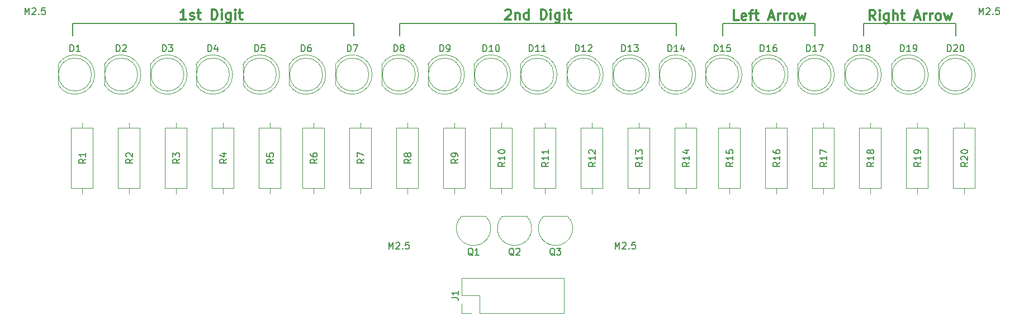
<source format=gbr>
G04 #@! TF.FileFunction,Legend,Top*
%FSLAX46Y46*%
G04 Gerber Fmt 4.6, Leading zero omitted, Abs format (unit mm)*
G04 Created by KiCad (PCBNEW 4.0.6) date 03/21/17 10:55:45*
%MOMM*%
%LPD*%
G01*
G04 APERTURE LIST*
%ADD10C,0.100000*%
%ADD11C,0.300000*%
%ADD12C,0.200000*%
%ADD13C,0.120000*%
%ADD14C,0.150000*%
G04 APERTURE END LIST*
D10*
D11*
X277162286Y-76370571D02*
X276662286Y-75656286D01*
X276305143Y-76370571D02*
X276305143Y-74870571D01*
X276876571Y-74870571D01*
X277019429Y-74942000D01*
X277090857Y-75013429D01*
X277162286Y-75156286D01*
X277162286Y-75370571D01*
X277090857Y-75513429D01*
X277019429Y-75584857D01*
X276876571Y-75656286D01*
X276305143Y-75656286D01*
X277805143Y-76370571D02*
X277805143Y-75370571D01*
X277805143Y-74870571D02*
X277733714Y-74942000D01*
X277805143Y-75013429D01*
X277876571Y-74942000D01*
X277805143Y-74870571D01*
X277805143Y-75013429D01*
X279162286Y-75370571D02*
X279162286Y-76584857D01*
X279090857Y-76727714D01*
X279019429Y-76799143D01*
X278876572Y-76870571D01*
X278662286Y-76870571D01*
X278519429Y-76799143D01*
X279162286Y-76299143D02*
X279019429Y-76370571D01*
X278733715Y-76370571D01*
X278590857Y-76299143D01*
X278519429Y-76227714D01*
X278448000Y-76084857D01*
X278448000Y-75656286D01*
X278519429Y-75513429D01*
X278590857Y-75442000D01*
X278733715Y-75370571D01*
X279019429Y-75370571D01*
X279162286Y-75442000D01*
X279876572Y-76370571D02*
X279876572Y-74870571D01*
X280519429Y-76370571D02*
X280519429Y-75584857D01*
X280448000Y-75442000D01*
X280305143Y-75370571D01*
X280090858Y-75370571D01*
X279948000Y-75442000D01*
X279876572Y-75513429D01*
X281019429Y-75370571D02*
X281590858Y-75370571D01*
X281233715Y-74870571D02*
X281233715Y-76156286D01*
X281305143Y-76299143D01*
X281448001Y-76370571D01*
X281590858Y-76370571D01*
X283162286Y-75942000D02*
X283876572Y-75942000D01*
X283019429Y-76370571D02*
X283519429Y-74870571D01*
X284019429Y-76370571D01*
X284519429Y-76370571D02*
X284519429Y-75370571D01*
X284519429Y-75656286D02*
X284590857Y-75513429D01*
X284662286Y-75442000D01*
X284805143Y-75370571D01*
X284948000Y-75370571D01*
X285448000Y-76370571D02*
X285448000Y-75370571D01*
X285448000Y-75656286D02*
X285519428Y-75513429D01*
X285590857Y-75442000D01*
X285733714Y-75370571D01*
X285876571Y-75370571D01*
X286590857Y-76370571D02*
X286447999Y-76299143D01*
X286376571Y-76227714D01*
X286305142Y-76084857D01*
X286305142Y-75656286D01*
X286376571Y-75513429D01*
X286447999Y-75442000D01*
X286590857Y-75370571D01*
X286805142Y-75370571D01*
X286947999Y-75442000D01*
X287019428Y-75513429D01*
X287090857Y-75656286D01*
X287090857Y-76084857D01*
X287019428Y-76227714D01*
X286947999Y-76299143D01*
X286805142Y-76370571D01*
X286590857Y-76370571D01*
X287590857Y-75370571D02*
X287876571Y-76370571D01*
X288162285Y-75656286D01*
X288448000Y-76370571D01*
X288733714Y-75370571D01*
D12*
X289306000Y-76835000D02*
X289306000Y-78740000D01*
X275336000Y-76835000D02*
X289306000Y-76835000D01*
X275336000Y-78740000D02*
X275336000Y-76835000D01*
D11*
X256469144Y-76370571D02*
X255754858Y-76370571D01*
X255754858Y-74870571D01*
X257540572Y-76299143D02*
X257397715Y-76370571D01*
X257112001Y-76370571D01*
X256969144Y-76299143D01*
X256897715Y-76156286D01*
X256897715Y-75584857D01*
X256969144Y-75442000D01*
X257112001Y-75370571D01*
X257397715Y-75370571D01*
X257540572Y-75442000D01*
X257612001Y-75584857D01*
X257612001Y-75727714D01*
X256897715Y-75870571D01*
X258040572Y-75370571D02*
X258612001Y-75370571D01*
X258254858Y-76370571D02*
X258254858Y-75084857D01*
X258326286Y-74942000D01*
X258469144Y-74870571D01*
X258612001Y-74870571D01*
X258897715Y-75370571D02*
X259469144Y-75370571D01*
X259112001Y-74870571D02*
X259112001Y-76156286D01*
X259183429Y-76299143D01*
X259326287Y-76370571D01*
X259469144Y-76370571D01*
X261040572Y-75942000D02*
X261754858Y-75942000D01*
X260897715Y-76370571D02*
X261397715Y-74870571D01*
X261897715Y-76370571D01*
X262397715Y-76370571D02*
X262397715Y-75370571D01*
X262397715Y-75656286D02*
X262469143Y-75513429D01*
X262540572Y-75442000D01*
X262683429Y-75370571D01*
X262826286Y-75370571D01*
X263326286Y-76370571D02*
X263326286Y-75370571D01*
X263326286Y-75656286D02*
X263397714Y-75513429D01*
X263469143Y-75442000D01*
X263612000Y-75370571D01*
X263754857Y-75370571D01*
X264469143Y-76370571D02*
X264326285Y-76299143D01*
X264254857Y-76227714D01*
X264183428Y-76084857D01*
X264183428Y-75656286D01*
X264254857Y-75513429D01*
X264326285Y-75442000D01*
X264469143Y-75370571D01*
X264683428Y-75370571D01*
X264826285Y-75442000D01*
X264897714Y-75513429D01*
X264969143Y-75656286D01*
X264969143Y-76084857D01*
X264897714Y-76227714D01*
X264826285Y-76299143D01*
X264683428Y-76370571D01*
X264469143Y-76370571D01*
X265469143Y-75370571D02*
X265754857Y-76370571D01*
X266040571Y-75656286D01*
X266326286Y-76370571D01*
X266612000Y-75370571D01*
X221131428Y-74886429D02*
X221202857Y-74815000D01*
X221345714Y-74743571D01*
X221702857Y-74743571D01*
X221845714Y-74815000D01*
X221917143Y-74886429D01*
X221988571Y-75029286D01*
X221988571Y-75172143D01*
X221917143Y-75386429D01*
X221060000Y-76243571D01*
X221988571Y-76243571D01*
X222631428Y-75243571D02*
X222631428Y-76243571D01*
X222631428Y-75386429D02*
X222702856Y-75315000D01*
X222845714Y-75243571D01*
X223059999Y-75243571D01*
X223202856Y-75315000D01*
X223274285Y-75457857D01*
X223274285Y-76243571D01*
X224631428Y-76243571D02*
X224631428Y-74743571D01*
X224631428Y-76172143D02*
X224488571Y-76243571D01*
X224202857Y-76243571D01*
X224059999Y-76172143D01*
X223988571Y-76100714D01*
X223917142Y-75957857D01*
X223917142Y-75529286D01*
X223988571Y-75386429D01*
X224059999Y-75315000D01*
X224202857Y-75243571D01*
X224488571Y-75243571D01*
X224631428Y-75315000D01*
X226488571Y-76243571D02*
X226488571Y-74743571D01*
X226845714Y-74743571D01*
X227059999Y-74815000D01*
X227202857Y-74957857D01*
X227274285Y-75100714D01*
X227345714Y-75386429D01*
X227345714Y-75600714D01*
X227274285Y-75886429D01*
X227202857Y-76029286D01*
X227059999Y-76172143D01*
X226845714Y-76243571D01*
X226488571Y-76243571D01*
X227988571Y-76243571D02*
X227988571Y-75243571D01*
X227988571Y-74743571D02*
X227917142Y-74815000D01*
X227988571Y-74886429D01*
X228059999Y-74815000D01*
X227988571Y-74743571D01*
X227988571Y-74886429D01*
X229345714Y-75243571D02*
X229345714Y-76457857D01*
X229274285Y-76600714D01*
X229202857Y-76672143D01*
X229060000Y-76743571D01*
X228845714Y-76743571D01*
X228702857Y-76672143D01*
X229345714Y-76172143D02*
X229202857Y-76243571D01*
X228917143Y-76243571D01*
X228774285Y-76172143D01*
X228702857Y-76100714D01*
X228631428Y-75957857D01*
X228631428Y-75529286D01*
X228702857Y-75386429D01*
X228774285Y-75315000D01*
X228917143Y-75243571D01*
X229202857Y-75243571D01*
X229345714Y-75315000D01*
X230060000Y-76243571D02*
X230060000Y-75243571D01*
X230060000Y-74743571D02*
X229988571Y-74815000D01*
X230060000Y-74886429D01*
X230131428Y-74815000D01*
X230060000Y-74743571D01*
X230060000Y-74886429D01*
X230560000Y-75243571D02*
X231131429Y-75243571D01*
X230774286Y-74743571D02*
X230774286Y-76029286D01*
X230845714Y-76172143D01*
X230988572Y-76243571D01*
X231131429Y-76243571D01*
X172780000Y-76243571D02*
X171922857Y-76243571D01*
X172351429Y-76243571D02*
X172351429Y-74743571D01*
X172208572Y-74957857D01*
X172065714Y-75100714D01*
X171922857Y-75172143D01*
X173351428Y-76172143D02*
X173494285Y-76243571D01*
X173780000Y-76243571D01*
X173922857Y-76172143D01*
X173994285Y-76029286D01*
X173994285Y-75957857D01*
X173922857Y-75815000D01*
X173780000Y-75743571D01*
X173565714Y-75743571D01*
X173422857Y-75672143D01*
X173351428Y-75529286D01*
X173351428Y-75457857D01*
X173422857Y-75315000D01*
X173565714Y-75243571D01*
X173780000Y-75243571D01*
X173922857Y-75315000D01*
X174422857Y-75243571D02*
X174994286Y-75243571D01*
X174637143Y-74743571D02*
X174637143Y-76029286D01*
X174708571Y-76172143D01*
X174851429Y-76243571D01*
X174994286Y-76243571D01*
X176637143Y-76243571D02*
X176637143Y-74743571D01*
X176994286Y-74743571D01*
X177208571Y-74815000D01*
X177351429Y-74957857D01*
X177422857Y-75100714D01*
X177494286Y-75386429D01*
X177494286Y-75600714D01*
X177422857Y-75886429D01*
X177351429Y-76029286D01*
X177208571Y-76172143D01*
X176994286Y-76243571D01*
X176637143Y-76243571D01*
X178137143Y-76243571D02*
X178137143Y-75243571D01*
X178137143Y-74743571D02*
X178065714Y-74815000D01*
X178137143Y-74886429D01*
X178208571Y-74815000D01*
X178137143Y-74743571D01*
X178137143Y-74886429D01*
X179494286Y-75243571D02*
X179494286Y-76457857D01*
X179422857Y-76600714D01*
X179351429Y-76672143D01*
X179208572Y-76743571D01*
X178994286Y-76743571D01*
X178851429Y-76672143D01*
X179494286Y-76172143D02*
X179351429Y-76243571D01*
X179065715Y-76243571D01*
X178922857Y-76172143D01*
X178851429Y-76100714D01*
X178780000Y-75957857D01*
X178780000Y-75529286D01*
X178851429Y-75386429D01*
X178922857Y-75315000D01*
X179065715Y-75243571D01*
X179351429Y-75243571D01*
X179494286Y-75315000D01*
X180208572Y-76243571D02*
X180208572Y-75243571D01*
X180208572Y-74743571D02*
X180137143Y-74815000D01*
X180208572Y-74886429D01*
X180280000Y-74815000D01*
X180208572Y-74743571D01*
X180208572Y-74886429D01*
X180708572Y-75243571D02*
X181280001Y-75243571D01*
X180922858Y-74743571D02*
X180922858Y-76029286D01*
X180994286Y-76172143D01*
X181137144Y-76243571D01*
X181280001Y-76243571D01*
D12*
X267970000Y-76835000D02*
X267970000Y-78740000D01*
X254000000Y-76835000D02*
X267970000Y-76835000D01*
X254000000Y-78740000D02*
X254000000Y-76835000D01*
X247015000Y-76835000D02*
X247015000Y-78740000D01*
X205105000Y-76835000D02*
X247015000Y-76835000D01*
X205105000Y-78740000D02*
X205105000Y-76835000D01*
X198120000Y-76835000D02*
X198120000Y-78740000D01*
X155575000Y-76835000D02*
X198120000Y-76835000D01*
X155575000Y-78740000D02*
X155575000Y-76835000D01*
D13*
X207908000Y-92722000D02*
X204588000Y-92722000D01*
X204588000Y-92722000D02*
X204588000Y-101842000D01*
X204588000Y-101842000D02*
X207908000Y-101842000D01*
X207908000Y-101842000D02*
X207908000Y-92722000D01*
X206248000Y-91912000D02*
X206248000Y-92722000D01*
X206248000Y-102652000D02*
X206248000Y-101842000D01*
X158910002Y-84616461D02*
G75*
G03X153360002Y-83071169I-2990000J462D01*
G01*
X158910002Y-84615537D02*
G75*
G02X153360002Y-86160829I-2990000J-462D01*
G01*
X158420002Y-84615999D02*
G75*
G03X158420002Y-84615999I-2500000J0D01*
G01*
X153360002Y-83070999D02*
X153360002Y-86160999D01*
X165913126Y-84616461D02*
G75*
G03X160363126Y-83071169I-2990000J462D01*
G01*
X165913126Y-84615537D02*
G75*
G02X160363126Y-86160829I-2990000J-462D01*
G01*
X165423126Y-84615999D02*
G75*
G03X165423126Y-84615999I-2500000J0D01*
G01*
X160363126Y-83070999D02*
X160363126Y-86160999D01*
X172916250Y-84616461D02*
G75*
G03X167366250Y-83071169I-2990000J462D01*
G01*
X172916250Y-84615537D02*
G75*
G02X167366250Y-86160829I-2990000J-462D01*
G01*
X172426250Y-84615999D02*
G75*
G03X172426250Y-84615999I-2500000J0D01*
G01*
X167366250Y-83070999D02*
X167366250Y-86160999D01*
X179810498Y-84616461D02*
G75*
G03X174260498Y-83071169I-2990000J462D01*
G01*
X179810498Y-84615537D02*
G75*
G02X174260498Y-86160829I-2990000J-462D01*
G01*
X179320498Y-84615999D02*
G75*
G03X179320498Y-84615999I-2500000J0D01*
G01*
X174260498Y-83070999D02*
X174260498Y-86160999D01*
X186922498Y-84616461D02*
G75*
G03X181372498Y-83071169I-2990000J462D01*
G01*
X186922498Y-84615537D02*
G75*
G02X181372498Y-86160829I-2990000J-462D01*
G01*
X186432498Y-84615999D02*
G75*
G03X186432498Y-84615999I-2500000J0D01*
G01*
X181372498Y-83070999D02*
X181372498Y-86160999D01*
X193925622Y-84616461D02*
G75*
G03X188375622Y-83071169I-2990000J462D01*
G01*
X193925622Y-84615537D02*
G75*
G02X188375622Y-86160829I-2990000J-462D01*
G01*
X193435622Y-84615999D02*
G75*
G03X193435622Y-84615999I-2500000J0D01*
G01*
X188375622Y-83070999D02*
X188375622Y-86160999D01*
X200928746Y-84616461D02*
G75*
G03X195378746Y-83071169I-2990000J462D01*
G01*
X200928746Y-84615537D02*
G75*
G02X195378746Y-86160829I-2990000J-462D01*
G01*
X200438746Y-84615999D02*
G75*
G03X200438746Y-84615999I-2500000J0D01*
G01*
X195378746Y-83070999D02*
X195378746Y-86160999D01*
X207968000Y-84616461D02*
G75*
G03X202418000Y-83071169I-2990000J462D01*
G01*
X207968000Y-84615537D02*
G75*
G02X202418000Y-86160829I-2990000J-462D01*
G01*
X207478000Y-84615999D02*
G75*
G03X207478000Y-84615999I-2500000J0D01*
G01*
X202418000Y-83070999D02*
X202418000Y-86160999D01*
X214934994Y-84616461D02*
G75*
G03X209384994Y-83071169I-2990000J462D01*
G01*
X214934994Y-84615537D02*
G75*
G02X209384994Y-86160829I-2990000J-462D01*
G01*
X214444994Y-84615999D02*
G75*
G03X214444994Y-84615999I-2500000J0D01*
G01*
X209384994Y-83070999D02*
X209384994Y-86160999D01*
X221938118Y-84616461D02*
G75*
G03X216388118Y-83071169I-2990000J462D01*
G01*
X221938118Y-84615537D02*
G75*
G02X216388118Y-86160829I-2990000J-462D01*
G01*
X221448118Y-84615999D02*
G75*
G03X221448118Y-84615999I-2500000J0D01*
G01*
X216388118Y-83070999D02*
X216388118Y-86160999D01*
X228941242Y-84616461D02*
G75*
G03X223391242Y-83071169I-2990000J462D01*
G01*
X228941242Y-84615537D02*
G75*
G02X223391242Y-86160829I-2990000J-462D01*
G01*
X228451242Y-84615999D02*
G75*
G03X228451242Y-84615999I-2500000J0D01*
G01*
X223391242Y-83070999D02*
X223391242Y-86160999D01*
X235944366Y-84616461D02*
G75*
G03X230394366Y-83071169I-2990000J462D01*
G01*
X235944366Y-84615537D02*
G75*
G02X230394366Y-86160829I-2990000J-462D01*
G01*
X235454366Y-84615999D02*
G75*
G03X235454366Y-84615999I-2500000J0D01*
G01*
X230394366Y-83070999D02*
X230394366Y-86160999D01*
X242947490Y-84616461D02*
G75*
G03X237397490Y-83071169I-2990000J462D01*
G01*
X242947490Y-84615537D02*
G75*
G02X237397490Y-86160829I-2990000J-462D01*
G01*
X242457490Y-84615999D02*
G75*
G03X242457490Y-84615999I-2500000J0D01*
G01*
X237397490Y-83070999D02*
X237397490Y-86160999D01*
X249950614Y-84616461D02*
G75*
G03X244400614Y-83071169I-2990000J462D01*
G01*
X249950614Y-84615537D02*
G75*
G02X244400614Y-86160829I-2990000J-462D01*
G01*
X249460614Y-84615999D02*
G75*
G03X249460614Y-84615999I-2500000J0D01*
G01*
X244400614Y-83070999D02*
X244400614Y-86160999D01*
X256953738Y-84616461D02*
G75*
G03X251403738Y-83071169I-2990000J462D01*
G01*
X256953738Y-84615537D02*
G75*
G02X251403738Y-86160829I-2990000J-462D01*
G01*
X256463738Y-84615999D02*
G75*
G03X256463738Y-84615999I-2500000J0D01*
G01*
X251403738Y-83070999D02*
X251403738Y-86160999D01*
X263956862Y-84616461D02*
G75*
G03X258406862Y-83071169I-2990000J462D01*
G01*
X263956862Y-84615537D02*
G75*
G02X258406862Y-86160829I-2990000J-462D01*
G01*
X263466862Y-84615999D02*
G75*
G03X263466862Y-84615999I-2500000J0D01*
G01*
X258406862Y-83070999D02*
X258406862Y-86160999D01*
X270960000Y-84616461D02*
G75*
G03X265410000Y-83071169I-2990000J462D01*
G01*
X270960000Y-84615537D02*
G75*
G02X265410000Y-86160829I-2990000J-462D01*
G01*
X270470000Y-84615999D02*
G75*
G03X270470000Y-84615999I-2500000J0D01*
G01*
X265410000Y-83070999D02*
X265410000Y-86160999D01*
X218096143Y-106100000D02*
X214496143Y-106100000D01*
X218134621Y-106111522D02*
G75*
G02X216296143Y-110550000I-1838478J-1838478D01*
G01*
X214457665Y-106111522D02*
G75*
G03X216296143Y-110550000I1838478J-1838478D01*
G01*
X224304000Y-106100000D02*
X220704000Y-106100000D01*
X224342478Y-106111522D02*
G75*
G02X222504000Y-110550000I-1838478J-1838478D01*
G01*
X220665522Y-106111522D02*
G75*
G03X222504000Y-110550000I1838478J-1838478D01*
G01*
X230511857Y-106100000D02*
X226911857Y-106100000D01*
X230550335Y-106111522D02*
G75*
G02X228711857Y-110550000I-1838478J-1838478D01*
G01*
X226873379Y-106111522D02*
G75*
G03X228711857Y-110550000I1838478J-1838478D01*
G01*
X158632000Y-92722000D02*
X155312000Y-92722000D01*
X155312000Y-92722000D02*
X155312000Y-101842000D01*
X155312000Y-101842000D02*
X158632000Y-101842000D01*
X158632000Y-101842000D02*
X158632000Y-92722000D01*
X156972000Y-91912000D02*
X156972000Y-92722000D01*
X156972000Y-102652000D02*
X156972000Y-101842000D01*
X165744000Y-92722000D02*
X162424000Y-92722000D01*
X162424000Y-92722000D02*
X162424000Y-101842000D01*
X162424000Y-101842000D02*
X165744000Y-101842000D01*
X165744000Y-101842000D02*
X165744000Y-92722000D01*
X164084000Y-91912000D02*
X164084000Y-92722000D01*
X164084000Y-102652000D02*
X164084000Y-101842000D01*
X172856000Y-92722000D02*
X169536000Y-92722000D01*
X169536000Y-92722000D02*
X169536000Y-101842000D01*
X169536000Y-101842000D02*
X172856000Y-101842000D01*
X172856000Y-101842000D02*
X172856000Y-92722000D01*
X171196000Y-91912000D02*
X171196000Y-92722000D01*
X171196000Y-102652000D02*
X171196000Y-101842000D01*
X179968000Y-92722000D02*
X176648000Y-92722000D01*
X176648000Y-92722000D02*
X176648000Y-101842000D01*
X176648000Y-101842000D02*
X179968000Y-101842000D01*
X179968000Y-101842000D02*
X179968000Y-92722000D01*
X178308000Y-91912000D02*
X178308000Y-92722000D01*
X178308000Y-102652000D02*
X178308000Y-101842000D01*
X187080000Y-92722000D02*
X183760000Y-92722000D01*
X183760000Y-92722000D02*
X183760000Y-101842000D01*
X183760000Y-101842000D02*
X187080000Y-101842000D01*
X187080000Y-101842000D02*
X187080000Y-92722000D01*
X185420000Y-91912000D02*
X185420000Y-92722000D01*
X185420000Y-102652000D02*
X185420000Y-101842000D01*
X193684000Y-92722000D02*
X190364000Y-92722000D01*
X190364000Y-92722000D02*
X190364000Y-101842000D01*
X190364000Y-101842000D02*
X193684000Y-101842000D01*
X193684000Y-101842000D02*
X193684000Y-92722000D01*
X192024000Y-91912000D02*
X192024000Y-92722000D01*
X192024000Y-102652000D02*
X192024000Y-101842000D01*
X200796000Y-92722000D02*
X197476000Y-92722000D01*
X197476000Y-92722000D02*
X197476000Y-101842000D01*
X197476000Y-101842000D02*
X200796000Y-101842000D01*
X200796000Y-101842000D02*
X200796000Y-92722000D01*
X199136000Y-91912000D02*
X199136000Y-92722000D01*
X199136000Y-102652000D02*
X199136000Y-101842000D01*
X215020000Y-92722000D02*
X211700000Y-92722000D01*
X211700000Y-92722000D02*
X211700000Y-101842000D01*
X211700000Y-101842000D02*
X215020000Y-101842000D01*
X215020000Y-101842000D02*
X215020000Y-92722000D01*
X213360000Y-91912000D02*
X213360000Y-92722000D01*
X213360000Y-102652000D02*
X213360000Y-101842000D01*
X222132000Y-92722000D02*
X218812000Y-92722000D01*
X218812000Y-92722000D02*
X218812000Y-101842000D01*
X218812000Y-101842000D02*
X222132000Y-101842000D01*
X222132000Y-101842000D02*
X222132000Y-92722000D01*
X220472000Y-91912000D02*
X220472000Y-92722000D01*
X220472000Y-102652000D02*
X220472000Y-101842000D01*
X228736000Y-92722000D02*
X225416000Y-92722000D01*
X225416000Y-92722000D02*
X225416000Y-101842000D01*
X225416000Y-101842000D02*
X228736000Y-101842000D01*
X228736000Y-101842000D02*
X228736000Y-92722000D01*
X227076000Y-91912000D02*
X227076000Y-92722000D01*
X227076000Y-102652000D02*
X227076000Y-101842000D01*
X235848000Y-92722000D02*
X232528000Y-92722000D01*
X232528000Y-92722000D02*
X232528000Y-101842000D01*
X232528000Y-101842000D02*
X235848000Y-101842000D01*
X235848000Y-101842000D02*
X235848000Y-92722000D01*
X234188000Y-91912000D02*
X234188000Y-92722000D01*
X234188000Y-102652000D02*
X234188000Y-101842000D01*
X242960000Y-92722000D02*
X239640000Y-92722000D01*
X239640000Y-92722000D02*
X239640000Y-101842000D01*
X239640000Y-101842000D02*
X242960000Y-101842000D01*
X242960000Y-101842000D02*
X242960000Y-92722000D01*
X241300000Y-91912000D02*
X241300000Y-92722000D01*
X241300000Y-102652000D02*
X241300000Y-101842000D01*
X250072000Y-92722000D02*
X246752000Y-92722000D01*
X246752000Y-92722000D02*
X246752000Y-101842000D01*
X246752000Y-101842000D02*
X250072000Y-101842000D01*
X250072000Y-101842000D02*
X250072000Y-92722000D01*
X248412000Y-91912000D02*
X248412000Y-92722000D01*
X248412000Y-102652000D02*
X248412000Y-101842000D01*
X256676000Y-92722000D02*
X253356000Y-92722000D01*
X253356000Y-92722000D02*
X253356000Y-101842000D01*
X253356000Y-101842000D02*
X256676000Y-101842000D01*
X256676000Y-101842000D02*
X256676000Y-92722000D01*
X255016000Y-91912000D02*
X255016000Y-92722000D01*
X255016000Y-102652000D02*
X255016000Y-101842000D01*
X263788000Y-92722000D02*
X260468000Y-92722000D01*
X260468000Y-92722000D02*
X260468000Y-101842000D01*
X260468000Y-101842000D02*
X263788000Y-101842000D01*
X263788000Y-101842000D02*
X263788000Y-92722000D01*
X262128000Y-91912000D02*
X262128000Y-92722000D01*
X262128000Y-102652000D02*
X262128000Y-101842000D01*
X270900000Y-92722000D02*
X267580000Y-92722000D01*
X267580000Y-92722000D02*
X267580000Y-101842000D01*
X267580000Y-101842000D02*
X270900000Y-101842000D01*
X270900000Y-101842000D02*
X270900000Y-92722000D01*
X269240000Y-91912000D02*
X269240000Y-92722000D01*
X269240000Y-102652000D02*
X269240000Y-101842000D01*
X217170000Y-120770000D02*
X229990000Y-120770000D01*
X229990000Y-120770000D02*
X229990000Y-115450000D01*
X229990000Y-115450000D02*
X214510000Y-115450000D01*
X214510000Y-115450000D02*
X214510000Y-118110000D01*
X214510000Y-118110000D02*
X217170000Y-118110000D01*
X217170000Y-118110000D02*
X217170000Y-120770000D01*
X215900000Y-120770000D02*
X214510000Y-120770000D01*
X214510000Y-120770000D02*
X214510000Y-119380000D01*
X278072000Y-84616461D02*
G75*
G03X272522000Y-83071169I-2990000J462D01*
G01*
X278072000Y-84615537D02*
G75*
G02X272522000Y-86160829I-2990000J-462D01*
G01*
X277582000Y-84615999D02*
G75*
G03X277582000Y-84615999I-2500000J0D01*
G01*
X272522000Y-83070999D02*
X272522000Y-86160999D01*
X285184000Y-84616461D02*
G75*
G03X279634000Y-83071169I-2990000J462D01*
G01*
X285184000Y-84615537D02*
G75*
G02X279634000Y-86160829I-2990000J-462D01*
G01*
X284694000Y-84615999D02*
G75*
G03X284694000Y-84615999I-2500000J0D01*
G01*
X279634000Y-83070999D02*
X279634000Y-86160999D01*
X292296000Y-84616461D02*
G75*
G03X286746000Y-83071169I-2990000J462D01*
G01*
X292296000Y-84615537D02*
G75*
G02X286746000Y-86160829I-2990000J-462D01*
G01*
X291806000Y-84615999D02*
G75*
G03X291806000Y-84615999I-2500000J0D01*
G01*
X286746000Y-83070999D02*
X286746000Y-86160999D01*
X278012000Y-92722000D02*
X274692000Y-92722000D01*
X274692000Y-92722000D02*
X274692000Y-101842000D01*
X274692000Y-101842000D02*
X278012000Y-101842000D01*
X278012000Y-101842000D02*
X278012000Y-92722000D01*
X276352000Y-91912000D02*
X276352000Y-92722000D01*
X276352000Y-102652000D02*
X276352000Y-101842000D01*
X285124000Y-92722000D02*
X281804000Y-92722000D01*
X281804000Y-92722000D02*
X281804000Y-101842000D01*
X281804000Y-101842000D02*
X285124000Y-101842000D01*
X285124000Y-101842000D02*
X285124000Y-92722000D01*
X283464000Y-91912000D02*
X283464000Y-92722000D01*
X283464000Y-102652000D02*
X283464000Y-101842000D01*
X292236000Y-92722000D02*
X288916000Y-92722000D01*
X288916000Y-92722000D02*
X288916000Y-101842000D01*
X288916000Y-101842000D02*
X292236000Y-101842000D01*
X292236000Y-101842000D02*
X292236000Y-92722000D01*
X290576000Y-91912000D02*
X290576000Y-92722000D01*
X290576000Y-102652000D02*
X290576000Y-101842000D01*
D14*
X206820381Y-97448666D02*
X206344190Y-97782000D01*
X206820381Y-98020095D02*
X205820381Y-98020095D01*
X205820381Y-97639142D01*
X205868000Y-97543904D01*
X205915619Y-97496285D01*
X206010857Y-97448666D01*
X206153714Y-97448666D01*
X206248952Y-97496285D01*
X206296571Y-97543904D01*
X206344190Y-97639142D01*
X206344190Y-98020095D01*
X206248952Y-96877238D02*
X206201333Y-96972476D01*
X206153714Y-97020095D01*
X206058476Y-97067714D01*
X206010857Y-97067714D01*
X205915619Y-97020095D01*
X205868000Y-96972476D01*
X205820381Y-96877238D01*
X205820381Y-96686761D01*
X205868000Y-96591523D01*
X205915619Y-96543904D01*
X206010857Y-96496285D01*
X206058476Y-96496285D01*
X206153714Y-96543904D01*
X206201333Y-96591523D01*
X206248952Y-96686761D01*
X206248952Y-96877238D01*
X206296571Y-96972476D01*
X206344190Y-97020095D01*
X206439429Y-97067714D01*
X206629905Y-97067714D01*
X206725143Y-97020095D01*
X206772762Y-96972476D01*
X206820381Y-96877238D01*
X206820381Y-96686761D01*
X206772762Y-96591523D01*
X206725143Y-96543904D01*
X206629905Y-96496285D01*
X206439429Y-96496285D01*
X206344190Y-96543904D01*
X206296571Y-96591523D01*
X206248952Y-96686761D01*
X155181907Y-81108380D02*
X155181907Y-80108380D01*
X155420002Y-80108380D01*
X155562860Y-80155999D01*
X155658098Y-80251237D01*
X155705717Y-80346475D01*
X155753336Y-80536951D01*
X155753336Y-80679809D01*
X155705717Y-80870285D01*
X155658098Y-80965523D01*
X155562860Y-81060761D01*
X155420002Y-81108380D01*
X155181907Y-81108380D01*
X156705717Y-81108380D02*
X156134288Y-81108380D01*
X156420002Y-81108380D02*
X156420002Y-80108380D01*
X156324764Y-80251237D01*
X156229526Y-80346475D01*
X156134288Y-80394094D01*
X162185031Y-81108380D02*
X162185031Y-80108380D01*
X162423126Y-80108380D01*
X162565984Y-80155999D01*
X162661222Y-80251237D01*
X162708841Y-80346475D01*
X162756460Y-80536951D01*
X162756460Y-80679809D01*
X162708841Y-80870285D01*
X162661222Y-80965523D01*
X162565984Y-81060761D01*
X162423126Y-81108380D01*
X162185031Y-81108380D01*
X163137412Y-80203618D02*
X163185031Y-80155999D01*
X163280269Y-80108380D01*
X163518365Y-80108380D01*
X163613603Y-80155999D01*
X163661222Y-80203618D01*
X163708841Y-80298856D01*
X163708841Y-80394094D01*
X163661222Y-80536951D01*
X163089793Y-81108380D01*
X163708841Y-81108380D01*
X169188155Y-81108380D02*
X169188155Y-80108380D01*
X169426250Y-80108380D01*
X169569108Y-80155999D01*
X169664346Y-80251237D01*
X169711965Y-80346475D01*
X169759584Y-80536951D01*
X169759584Y-80679809D01*
X169711965Y-80870285D01*
X169664346Y-80965523D01*
X169569108Y-81060761D01*
X169426250Y-81108380D01*
X169188155Y-81108380D01*
X170092917Y-80108380D02*
X170711965Y-80108380D01*
X170378631Y-80489332D01*
X170521489Y-80489332D01*
X170616727Y-80536951D01*
X170664346Y-80584570D01*
X170711965Y-80679809D01*
X170711965Y-80917904D01*
X170664346Y-81013142D01*
X170616727Y-81060761D01*
X170521489Y-81108380D01*
X170235774Y-81108380D01*
X170140536Y-81060761D01*
X170092917Y-81013142D01*
X176082403Y-81108380D02*
X176082403Y-80108380D01*
X176320498Y-80108380D01*
X176463356Y-80155999D01*
X176558594Y-80251237D01*
X176606213Y-80346475D01*
X176653832Y-80536951D01*
X176653832Y-80679809D01*
X176606213Y-80870285D01*
X176558594Y-80965523D01*
X176463356Y-81060761D01*
X176320498Y-81108380D01*
X176082403Y-81108380D01*
X177510975Y-80441713D02*
X177510975Y-81108380D01*
X177272879Y-80060761D02*
X177034784Y-80775047D01*
X177653832Y-80775047D01*
X183194403Y-81108380D02*
X183194403Y-80108380D01*
X183432498Y-80108380D01*
X183575356Y-80155999D01*
X183670594Y-80251237D01*
X183718213Y-80346475D01*
X183765832Y-80536951D01*
X183765832Y-80679809D01*
X183718213Y-80870285D01*
X183670594Y-80965523D01*
X183575356Y-81060761D01*
X183432498Y-81108380D01*
X183194403Y-81108380D01*
X184670594Y-80108380D02*
X184194403Y-80108380D01*
X184146784Y-80584570D01*
X184194403Y-80536951D01*
X184289641Y-80489332D01*
X184527737Y-80489332D01*
X184622975Y-80536951D01*
X184670594Y-80584570D01*
X184718213Y-80679809D01*
X184718213Y-80917904D01*
X184670594Y-81013142D01*
X184622975Y-81060761D01*
X184527737Y-81108380D01*
X184289641Y-81108380D01*
X184194403Y-81060761D01*
X184146784Y-81013142D01*
X190197527Y-81108380D02*
X190197527Y-80108380D01*
X190435622Y-80108380D01*
X190578480Y-80155999D01*
X190673718Y-80251237D01*
X190721337Y-80346475D01*
X190768956Y-80536951D01*
X190768956Y-80679809D01*
X190721337Y-80870285D01*
X190673718Y-80965523D01*
X190578480Y-81060761D01*
X190435622Y-81108380D01*
X190197527Y-81108380D01*
X191626099Y-80108380D02*
X191435622Y-80108380D01*
X191340384Y-80155999D01*
X191292765Y-80203618D01*
X191197527Y-80346475D01*
X191149908Y-80536951D01*
X191149908Y-80917904D01*
X191197527Y-81013142D01*
X191245146Y-81060761D01*
X191340384Y-81108380D01*
X191530861Y-81108380D01*
X191626099Y-81060761D01*
X191673718Y-81013142D01*
X191721337Y-80917904D01*
X191721337Y-80679809D01*
X191673718Y-80584570D01*
X191626099Y-80536951D01*
X191530861Y-80489332D01*
X191340384Y-80489332D01*
X191245146Y-80536951D01*
X191197527Y-80584570D01*
X191149908Y-80679809D01*
X197200651Y-81108380D02*
X197200651Y-80108380D01*
X197438746Y-80108380D01*
X197581604Y-80155999D01*
X197676842Y-80251237D01*
X197724461Y-80346475D01*
X197772080Y-80536951D01*
X197772080Y-80679809D01*
X197724461Y-80870285D01*
X197676842Y-80965523D01*
X197581604Y-81060761D01*
X197438746Y-81108380D01*
X197200651Y-81108380D01*
X198105413Y-80108380D02*
X198772080Y-80108380D01*
X198343508Y-81108380D01*
X204239905Y-81108380D02*
X204239905Y-80108380D01*
X204478000Y-80108380D01*
X204620858Y-80155999D01*
X204716096Y-80251237D01*
X204763715Y-80346475D01*
X204811334Y-80536951D01*
X204811334Y-80679809D01*
X204763715Y-80870285D01*
X204716096Y-80965523D01*
X204620858Y-81060761D01*
X204478000Y-81108380D01*
X204239905Y-81108380D01*
X205382762Y-80536951D02*
X205287524Y-80489332D01*
X205239905Y-80441713D01*
X205192286Y-80346475D01*
X205192286Y-80298856D01*
X205239905Y-80203618D01*
X205287524Y-80155999D01*
X205382762Y-80108380D01*
X205573239Y-80108380D01*
X205668477Y-80155999D01*
X205716096Y-80203618D01*
X205763715Y-80298856D01*
X205763715Y-80346475D01*
X205716096Y-80441713D01*
X205668477Y-80489332D01*
X205573239Y-80536951D01*
X205382762Y-80536951D01*
X205287524Y-80584570D01*
X205239905Y-80632189D01*
X205192286Y-80727428D01*
X205192286Y-80917904D01*
X205239905Y-81013142D01*
X205287524Y-81060761D01*
X205382762Y-81108380D01*
X205573239Y-81108380D01*
X205668477Y-81060761D01*
X205716096Y-81013142D01*
X205763715Y-80917904D01*
X205763715Y-80727428D01*
X205716096Y-80632189D01*
X205668477Y-80584570D01*
X205573239Y-80536951D01*
X211206899Y-81108380D02*
X211206899Y-80108380D01*
X211444994Y-80108380D01*
X211587852Y-80155999D01*
X211683090Y-80251237D01*
X211730709Y-80346475D01*
X211778328Y-80536951D01*
X211778328Y-80679809D01*
X211730709Y-80870285D01*
X211683090Y-80965523D01*
X211587852Y-81060761D01*
X211444994Y-81108380D01*
X211206899Y-81108380D01*
X212254518Y-81108380D02*
X212444994Y-81108380D01*
X212540233Y-81060761D01*
X212587852Y-81013142D01*
X212683090Y-80870285D01*
X212730709Y-80679809D01*
X212730709Y-80298856D01*
X212683090Y-80203618D01*
X212635471Y-80155999D01*
X212540233Y-80108380D01*
X212349756Y-80108380D01*
X212254518Y-80155999D01*
X212206899Y-80203618D01*
X212159280Y-80298856D01*
X212159280Y-80536951D01*
X212206899Y-80632189D01*
X212254518Y-80679809D01*
X212349756Y-80727428D01*
X212540233Y-80727428D01*
X212635471Y-80679809D01*
X212683090Y-80632189D01*
X212730709Y-80536951D01*
X217733832Y-81108380D02*
X217733832Y-80108380D01*
X217971927Y-80108380D01*
X218114785Y-80155999D01*
X218210023Y-80251237D01*
X218257642Y-80346475D01*
X218305261Y-80536951D01*
X218305261Y-80679809D01*
X218257642Y-80870285D01*
X218210023Y-80965523D01*
X218114785Y-81060761D01*
X217971927Y-81108380D01*
X217733832Y-81108380D01*
X219257642Y-81108380D02*
X218686213Y-81108380D01*
X218971927Y-81108380D02*
X218971927Y-80108380D01*
X218876689Y-80251237D01*
X218781451Y-80346475D01*
X218686213Y-80394094D01*
X219876689Y-80108380D02*
X219971928Y-80108380D01*
X220067166Y-80155999D01*
X220114785Y-80203618D01*
X220162404Y-80298856D01*
X220210023Y-80489332D01*
X220210023Y-80727428D01*
X220162404Y-80917904D01*
X220114785Y-81013142D01*
X220067166Y-81060761D01*
X219971928Y-81108380D01*
X219876689Y-81108380D01*
X219781451Y-81060761D01*
X219733832Y-81013142D01*
X219686213Y-80917904D01*
X219638594Y-80727428D01*
X219638594Y-80489332D01*
X219686213Y-80298856D01*
X219733832Y-80203618D01*
X219781451Y-80155999D01*
X219876689Y-80108380D01*
X224736956Y-81108380D02*
X224736956Y-80108380D01*
X224975051Y-80108380D01*
X225117909Y-80155999D01*
X225213147Y-80251237D01*
X225260766Y-80346475D01*
X225308385Y-80536951D01*
X225308385Y-80679809D01*
X225260766Y-80870285D01*
X225213147Y-80965523D01*
X225117909Y-81060761D01*
X224975051Y-81108380D01*
X224736956Y-81108380D01*
X226260766Y-81108380D02*
X225689337Y-81108380D01*
X225975051Y-81108380D02*
X225975051Y-80108380D01*
X225879813Y-80251237D01*
X225784575Y-80346475D01*
X225689337Y-80394094D01*
X227213147Y-81108380D02*
X226641718Y-81108380D01*
X226927432Y-81108380D02*
X226927432Y-80108380D01*
X226832194Y-80251237D01*
X226736956Y-80346475D01*
X226641718Y-80394094D01*
X231740080Y-81108380D02*
X231740080Y-80108380D01*
X231978175Y-80108380D01*
X232121033Y-80155999D01*
X232216271Y-80251237D01*
X232263890Y-80346475D01*
X232311509Y-80536951D01*
X232311509Y-80679809D01*
X232263890Y-80870285D01*
X232216271Y-80965523D01*
X232121033Y-81060761D01*
X231978175Y-81108380D01*
X231740080Y-81108380D01*
X233263890Y-81108380D02*
X232692461Y-81108380D01*
X232978175Y-81108380D02*
X232978175Y-80108380D01*
X232882937Y-80251237D01*
X232787699Y-80346475D01*
X232692461Y-80394094D01*
X233644842Y-80203618D02*
X233692461Y-80155999D01*
X233787699Y-80108380D01*
X234025795Y-80108380D01*
X234121033Y-80155999D01*
X234168652Y-80203618D01*
X234216271Y-80298856D01*
X234216271Y-80394094D01*
X234168652Y-80536951D01*
X233597223Y-81108380D01*
X234216271Y-81108380D01*
X238743204Y-81108380D02*
X238743204Y-80108380D01*
X238981299Y-80108380D01*
X239124157Y-80155999D01*
X239219395Y-80251237D01*
X239267014Y-80346475D01*
X239314633Y-80536951D01*
X239314633Y-80679809D01*
X239267014Y-80870285D01*
X239219395Y-80965523D01*
X239124157Y-81060761D01*
X238981299Y-81108380D01*
X238743204Y-81108380D01*
X240267014Y-81108380D02*
X239695585Y-81108380D01*
X239981299Y-81108380D02*
X239981299Y-80108380D01*
X239886061Y-80251237D01*
X239790823Y-80346475D01*
X239695585Y-80394094D01*
X240600347Y-80108380D02*
X241219395Y-80108380D01*
X240886061Y-80489332D01*
X241028919Y-80489332D01*
X241124157Y-80536951D01*
X241171776Y-80584570D01*
X241219395Y-80679809D01*
X241219395Y-80917904D01*
X241171776Y-81013142D01*
X241124157Y-81060761D01*
X241028919Y-81108380D01*
X240743204Y-81108380D01*
X240647966Y-81060761D01*
X240600347Y-81013142D01*
X245746328Y-81108380D02*
X245746328Y-80108380D01*
X245984423Y-80108380D01*
X246127281Y-80155999D01*
X246222519Y-80251237D01*
X246270138Y-80346475D01*
X246317757Y-80536951D01*
X246317757Y-80679809D01*
X246270138Y-80870285D01*
X246222519Y-80965523D01*
X246127281Y-81060761D01*
X245984423Y-81108380D01*
X245746328Y-81108380D01*
X247270138Y-81108380D02*
X246698709Y-81108380D01*
X246984423Y-81108380D02*
X246984423Y-80108380D01*
X246889185Y-80251237D01*
X246793947Y-80346475D01*
X246698709Y-80394094D01*
X248127281Y-80441713D02*
X248127281Y-81108380D01*
X247889185Y-80060761D02*
X247651090Y-80775047D01*
X248270138Y-80775047D01*
X252749452Y-81108380D02*
X252749452Y-80108380D01*
X252987547Y-80108380D01*
X253130405Y-80155999D01*
X253225643Y-80251237D01*
X253273262Y-80346475D01*
X253320881Y-80536951D01*
X253320881Y-80679809D01*
X253273262Y-80870285D01*
X253225643Y-80965523D01*
X253130405Y-81060761D01*
X252987547Y-81108380D01*
X252749452Y-81108380D01*
X254273262Y-81108380D02*
X253701833Y-81108380D01*
X253987547Y-81108380D02*
X253987547Y-80108380D01*
X253892309Y-80251237D01*
X253797071Y-80346475D01*
X253701833Y-80394094D01*
X255178024Y-80108380D02*
X254701833Y-80108380D01*
X254654214Y-80584570D01*
X254701833Y-80536951D01*
X254797071Y-80489332D01*
X255035167Y-80489332D01*
X255130405Y-80536951D01*
X255178024Y-80584570D01*
X255225643Y-80679809D01*
X255225643Y-80917904D01*
X255178024Y-81013142D01*
X255130405Y-81060761D01*
X255035167Y-81108380D01*
X254797071Y-81108380D01*
X254701833Y-81060761D01*
X254654214Y-81013142D01*
X259752576Y-81108380D02*
X259752576Y-80108380D01*
X259990671Y-80108380D01*
X260133529Y-80155999D01*
X260228767Y-80251237D01*
X260276386Y-80346475D01*
X260324005Y-80536951D01*
X260324005Y-80679809D01*
X260276386Y-80870285D01*
X260228767Y-80965523D01*
X260133529Y-81060761D01*
X259990671Y-81108380D01*
X259752576Y-81108380D01*
X261276386Y-81108380D02*
X260704957Y-81108380D01*
X260990671Y-81108380D02*
X260990671Y-80108380D01*
X260895433Y-80251237D01*
X260800195Y-80346475D01*
X260704957Y-80394094D01*
X262133529Y-80108380D02*
X261943052Y-80108380D01*
X261847814Y-80155999D01*
X261800195Y-80203618D01*
X261704957Y-80346475D01*
X261657338Y-80536951D01*
X261657338Y-80917904D01*
X261704957Y-81013142D01*
X261752576Y-81060761D01*
X261847814Y-81108380D01*
X262038291Y-81108380D01*
X262133529Y-81060761D01*
X262181148Y-81013142D01*
X262228767Y-80917904D01*
X262228767Y-80679809D01*
X262181148Y-80584570D01*
X262133529Y-80536951D01*
X262038291Y-80489332D01*
X261847814Y-80489332D01*
X261752576Y-80536951D01*
X261704957Y-80584570D01*
X261657338Y-80679809D01*
X266755714Y-81108380D02*
X266755714Y-80108380D01*
X266993809Y-80108380D01*
X267136667Y-80155999D01*
X267231905Y-80251237D01*
X267279524Y-80346475D01*
X267327143Y-80536951D01*
X267327143Y-80679809D01*
X267279524Y-80870285D01*
X267231905Y-80965523D01*
X267136667Y-81060761D01*
X266993809Y-81108380D01*
X266755714Y-81108380D01*
X268279524Y-81108380D02*
X267708095Y-81108380D01*
X267993809Y-81108380D02*
X267993809Y-80108380D01*
X267898571Y-80251237D01*
X267803333Y-80346475D01*
X267708095Y-80394094D01*
X268612857Y-80108380D02*
X269279524Y-80108380D01*
X268850952Y-81108380D01*
X216200905Y-112057619D02*
X216105667Y-112010000D01*
X216010429Y-111914762D01*
X215867572Y-111771905D01*
X215772333Y-111724286D01*
X215677095Y-111724286D01*
X215724714Y-111962381D02*
X215629476Y-111914762D01*
X215534238Y-111819524D01*
X215486619Y-111629048D01*
X215486619Y-111295714D01*
X215534238Y-111105238D01*
X215629476Y-111010000D01*
X215724714Y-110962381D01*
X215915191Y-110962381D01*
X216010429Y-111010000D01*
X216105667Y-111105238D01*
X216153286Y-111295714D01*
X216153286Y-111629048D01*
X216105667Y-111819524D01*
X216010429Y-111914762D01*
X215915191Y-111962381D01*
X215724714Y-111962381D01*
X217105667Y-111962381D02*
X216534238Y-111962381D01*
X216819952Y-111962381D02*
X216819952Y-110962381D01*
X216724714Y-111105238D01*
X216629476Y-111200476D01*
X216534238Y-111248095D01*
X222408762Y-112057619D02*
X222313524Y-112010000D01*
X222218286Y-111914762D01*
X222075429Y-111771905D01*
X221980190Y-111724286D01*
X221884952Y-111724286D01*
X221932571Y-111962381D02*
X221837333Y-111914762D01*
X221742095Y-111819524D01*
X221694476Y-111629048D01*
X221694476Y-111295714D01*
X221742095Y-111105238D01*
X221837333Y-111010000D01*
X221932571Y-110962381D01*
X222123048Y-110962381D01*
X222218286Y-111010000D01*
X222313524Y-111105238D01*
X222361143Y-111295714D01*
X222361143Y-111629048D01*
X222313524Y-111819524D01*
X222218286Y-111914762D01*
X222123048Y-111962381D01*
X221932571Y-111962381D01*
X222742095Y-111057619D02*
X222789714Y-111010000D01*
X222884952Y-110962381D01*
X223123048Y-110962381D01*
X223218286Y-111010000D01*
X223265905Y-111057619D01*
X223313524Y-111152857D01*
X223313524Y-111248095D01*
X223265905Y-111390952D01*
X222694476Y-111962381D01*
X223313524Y-111962381D01*
X228616619Y-112057619D02*
X228521381Y-112010000D01*
X228426143Y-111914762D01*
X228283286Y-111771905D01*
X228188047Y-111724286D01*
X228092809Y-111724286D01*
X228140428Y-111962381D02*
X228045190Y-111914762D01*
X227949952Y-111819524D01*
X227902333Y-111629048D01*
X227902333Y-111295714D01*
X227949952Y-111105238D01*
X228045190Y-111010000D01*
X228140428Y-110962381D01*
X228330905Y-110962381D01*
X228426143Y-111010000D01*
X228521381Y-111105238D01*
X228569000Y-111295714D01*
X228569000Y-111629048D01*
X228521381Y-111819524D01*
X228426143Y-111914762D01*
X228330905Y-111962381D01*
X228140428Y-111962381D01*
X228902333Y-110962381D02*
X229521381Y-110962381D01*
X229188047Y-111343333D01*
X229330905Y-111343333D01*
X229426143Y-111390952D01*
X229473762Y-111438571D01*
X229521381Y-111533810D01*
X229521381Y-111771905D01*
X229473762Y-111867143D01*
X229426143Y-111914762D01*
X229330905Y-111962381D01*
X229045190Y-111962381D01*
X228949952Y-111914762D01*
X228902333Y-111867143D01*
X157544381Y-97448666D02*
X157068190Y-97782000D01*
X157544381Y-98020095D02*
X156544381Y-98020095D01*
X156544381Y-97639142D01*
X156592000Y-97543904D01*
X156639619Y-97496285D01*
X156734857Y-97448666D01*
X156877714Y-97448666D01*
X156972952Y-97496285D01*
X157020571Y-97543904D01*
X157068190Y-97639142D01*
X157068190Y-98020095D01*
X157544381Y-96496285D02*
X157544381Y-97067714D01*
X157544381Y-96782000D02*
X156544381Y-96782000D01*
X156687238Y-96877238D01*
X156782476Y-96972476D01*
X156830095Y-97067714D01*
X164656381Y-97448666D02*
X164180190Y-97782000D01*
X164656381Y-98020095D02*
X163656381Y-98020095D01*
X163656381Y-97639142D01*
X163704000Y-97543904D01*
X163751619Y-97496285D01*
X163846857Y-97448666D01*
X163989714Y-97448666D01*
X164084952Y-97496285D01*
X164132571Y-97543904D01*
X164180190Y-97639142D01*
X164180190Y-98020095D01*
X163751619Y-97067714D02*
X163704000Y-97020095D01*
X163656381Y-96924857D01*
X163656381Y-96686761D01*
X163704000Y-96591523D01*
X163751619Y-96543904D01*
X163846857Y-96496285D01*
X163942095Y-96496285D01*
X164084952Y-96543904D01*
X164656381Y-97115333D01*
X164656381Y-96496285D01*
X171768381Y-97448666D02*
X171292190Y-97782000D01*
X171768381Y-98020095D02*
X170768381Y-98020095D01*
X170768381Y-97639142D01*
X170816000Y-97543904D01*
X170863619Y-97496285D01*
X170958857Y-97448666D01*
X171101714Y-97448666D01*
X171196952Y-97496285D01*
X171244571Y-97543904D01*
X171292190Y-97639142D01*
X171292190Y-98020095D01*
X170768381Y-97115333D02*
X170768381Y-96496285D01*
X171149333Y-96829619D01*
X171149333Y-96686761D01*
X171196952Y-96591523D01*
X171244571Y-96543904D01*
X171339810Y-96496285D01*
X171577905Y-96496285D01*
X171673143Y-96543904D01*
X171720762Y-96591523D01*
X171768381Y-96686761D01*
X171768381Y-96972476D01*
X171720762Y-97067714D01*
X171673143Y-97115333D01*
X178880381Y-97448666D02*
X178404190Y-97782000D01*
X178880381Y-98020095D02*
X177880381Y-98020095D01*
X177880381Y-97639142D01*
X177928000Y-97543904D01*
X177975619Y-97496285D01*
X178070857Y-97448666D01*
X178213714Y-97448666D01*
X178308952Y-97496285D01*
X178356571Y-97543904D01*
X178404190Y-97639142D01*
X178404190Y-98020095D01*
X178213714Y-96591523D02*
X178880381Y-96591523D01*
X177832762Y-96829619D02*
X178547048Y-97067714D01*
X178547048Y-96448666D01*
X185992381Y-97448666D02*
X185516190Y-97782000D01*
X185992381Y-98020095D02*
X184992381Y-98020095D01*
X184992381Y-97639142D01*
X185040000Y-97543904D01*
X185087619Y-97496285D01*
X185182857Y-97448666D01*
X185325714Y-97448666D01*
X185420952Y-97496285D01*
X185468571Y-97543904D01*
X185516190Y-97639142D01*
X185516190Y-98020095D01*
X184992381Y-96543904D02*
X184992381Y-97020095D01*
X185468571Y-97067714D01*
X185420952Y-97020095D01*
X185373333Y-96924857D01*
X185373333Y-96686761D01*
X185420952Y-96591523D01*
X185468571Y-96543904D01*
X185563810Y-96496285D01*
X185801905Y-96496285D01*
X185897143Y-96543904D01*
X185944762Y-96591523D01*
X185992381Y-96686761D01*
X185992381Y-96924857D01*
X185944762Y-97020095D01*
X185897143Y-97067714D01*
X192596381Y-97448666D02*
X192120190Y-97782000D01*
X192596381Y-98020095D02*
X191596381Y-98020095D01*
X191596381Y-97639142D01*
X191644000Y-97543904D01*
X191691619Y-97496285D01*
X191786857Y-97448666D01*
X191929714Y-97448666D01*
X192024952Y-97496285D01*
X192072571Y-97543904D01*
X192120190Y-97639142D01*
X192120190Y-98020095D01*
X191596381Y-96591523D02*
X191596381Y-96782000D01*
X191644000Y-96877238D01*
X191691619Y-96924857D01*
X191834476Y-97020095D01*
X192024952Y-97067714D01*
X192405905Y-97067714D01*
X192501143Y-97020095D01*
X192548762Y-96972476D01*
X192596381Y-96877238D01*
X192596381Y-96686761D01*
X192548762Y-96591523D01*
X192501143Y-96543904D01*
X192405905Y-96496285D01*
X192167810Y-96496285D01*
X192072571Y-96543904D01*
X192024952Y-96591523D01*
X191977333Y-96686761D01*
X191977333Y-96877238D01*
X192024952Y-96972476D01*
X192072571Y-97020095D01*
X192167810Y-97067714D01*
X199708381Y-97448666D02*
X199232190Y-97782000D01*
X199708381Y-98020095D02*
X198708381Y-98020095D01*
X198708381Y-97639142D01*
X198756000Y-97543904D01*
X198803619Y-97496285D01*
X198898857Y-97448666D01*
X199041714Y-97448666D01*
X199136952Y-97496285D01*
X199184571Y-97543904D01*
X199232190Y-97639142D01*
X199232190Y-98020095D01*
X198708381Y-97115333D02*
X198708381Y-96448666D01*
X199708381Y-96877238D01*
X213932381Y-97448666D02*
X213456190Y-97782000D01*
X213932381Y-98020095D02*
X212932381Y-98020095D01*
X212932381Y-97639142D01*
X212980000Y-97543904D01*
X213027619Y-97496285D01*
X213122857Y-97448666D01*
X213265714Y-97448666D01*
X213360952Y-97496285D01*
X213408571Y-97543904D01*
X213456190Y-97639142D01*
X213456190Y-98020095D01*
X213932381Y-96972476D02*
X213932381Y-96782000D01*
X213884762Y-96686761D01*
X213837143Y-96639142D01*
X213694286Y-96543904D01*
X213503810Y-96496285D01*
X213122857Y-96496285D01*
X213027619Y-96543904D01*
X212980000Y-96591523D01*
X212932381Y-96686761D01*
X212932381Y-96877238D01*
X212980000Y-96972476D01*
X213027619Y-97020095D01*
X213122857Y-97067714D01*
X213360952Y-97067714D01*
X213456190Y-97020095D01*
X213503810Y-96972476D01*
X213551429Y-96877238D01*
X213551429Y-96686761D01*
X213503810Y-96591523D01*
X213456190Y-96543904D01*
X213360952Y-96496285D01*
X221044381Y-97924857D02*
X220568190Y-98258191D01*
X221044381Y-98496286D02*
X220044381Y-98496286D01*
X220044381Y-98115333D01*
X220092000Y-98020095D01*
X220139619Y-97972476D01*
X220234857Y-97924857D01*
X220377714Y-97924857D01*
X220472952Y-97972476D01*
X220520571Y-98020095D01*
X220568190Y-98115333D01*
X220568190Y-98496286D01*
X221044381Y-96972476D02*
X221044381Y-97543905D01*
X221044381Y-97258191D02*
X220044381Y-97258191D01*
X220187238Y-97353429D01*
X220282476Y-97448667D01*
X220330095Y-97543905D01*
X220044381Y-96353429D02*
X220044381Y-96258190D01*
X220092000Y-96162952D01*
X220139619Y-96115333D01*
X220234857Y-96067714D01*
X220425333Y-96020095D01*
X220663429Y-96020095D01*
X220853905Y-96067714D01*
X220949143Y-96115333D01*
X220996762Y-96162952D01*
X221044381Y-96258190D01*
X221044381Y-96353429D01*
X220996762Y-96448667D01*
X220949143Y-96496286D01*
X220853905Y-96543905D01*
X220663429Y-96591524D01*
X220425333Y-96591524D01*
X220234857Y-96543905D01*
X220139619Y-96496286D01*
X220092000Y-96448667D01*
X220044381Y-96353429D01*
X227648381Y-97924857D02*
X227172190Y-98258191D01*
X227648381Y-98496286D02*
X226648381Y-98496286D01*
X226648381Y-98115333D01*
X226696000Y-98020095D01*
X226743619Y-97972476D01*
X226838857Y-97924857D01*
X226981714Y-97924857D01*
X227076952Y-97972476D01*
X227124571Y-98020095D01*
X227172190Y-98115333D01*
X227172190Y-98496286D01*
X227648381Y-96972476D02*
X227648381Y-97543905D01*
X227648381Y-97258191D02*
X226648381Y-97258191D01*
X226791238Y-97353429D01*
X226886476Y-97448667D01*
X226934095Y-97543905D01*
X227648381Y-96020095D02*
X227648381Y-96591524D01*
X227648381Y-96305810D02*
X226648381Y-96305810D01*
X226791238Y-96401048D01*
X226886476Y-96496286D01*
X226934095Y-96591524D01*
X234760381Y-97924857D02*
X234284190Y-98258191D01*
X234760381Y-98496286D02*
X233760381Y-98496286D01*
X233760381Y-98115333D01*
X233808000Y-98020095D01*
X233855619Y-97972476D01*
X233950857Y-97924857D01*
X234093714Y-97924857D01*
X234188952Y-97972476D01*
X234236571Y-98020095D01*
X234284190Y-98115333D01*
X234284190Y-98496286D01*
X234760381Y-96972476D02*
X234760381Y-97543905D01*
X234760381Y-97258191D02*
X233760381Y-97258191D01*
X233903238Y-97353429D01*
X233998476Y-97448667D01*
X234046095Y-97543905D01*
X233855619Y-96591524D02*
X233808000Y-96543905D01*
X233760381Y-96448667D01*
X233760381Y-96210571D01*
X233808000Y-96115333D01*
X233855619Y-96067714D01*
X233950857Y-96020095D01*
X234046095Y-96020095D01*
X234188952Y-96067714D01*
X234760381Y-96639143D01*
X234760381Y-96020095D01*
X241872381Y-97924857D02*
X241396190Y-98258191D01*
X241872381Y-98496286D02*
X240872381Y-98496286D01*
X240872381Y-98115333D01*
X240920000Y-98020095D01*
X240967619Y-97972476D01*
X241062857Y-97924857D01*
X241205714Y-97924857D01*
X241300952Y-97972476D01*
X241348571Y-98020095D01*
X241396190Y-98115333D01*
X241396190Y-98496286D01*
X241872381Y-96972476D02*
X241872381Y-97543905D01*
X241872381Y-97258191D02*
X240872381Y-97258191D01*
X241015238Y-97353429D01*
X241110476Y-97448667D01*
X241158095Y-97543905D01*
X240872381Y-96639143D02*
X240872381Y-96020095D01*
X241253333Y-96353429D01*
X241253333Y-96210571D01*
X241300952Y-96115333D01*
X241348571Y-96067714D01*
X241443810Y-96020095D01*
X241681905Y-96020095D01*
X241777143Y-96067714D01*
X241824762Y-96115333D01*
X241872381Y-96210571D01*
X241872381Y-96496286D01*
X241824762Y-96591524D01*
X241777143Y-96639143D01*
X248984381Y-97924857D02*
X248508190Y-98258191D01*
X248984381Y-98496286D02*
X247984381Y-98496286D01*
X247984381Y-98115333D01*
X248032000Y-98020095D01*
X248079619Y-97972476D01*
X248174857Y-97924857D01*
X248317714Y-97924857D01*
X248412952Y-97972476D01*
X248460571Y-98020095D01*
X248508190Y-98115333D01*
X248508190Y-98496286D01*
X248984381Y-96972476D02*
X248984381Y-97543905D01*
X248984381Y-97258191D02*
X247984381Y-97258191D01*
X248127238Y-97353429D01*
X248222476Y-97448667D01*
X248270095Y-97543905D01*
X248317714Y-96115333D02*
X248984381Y-96115333D01*
X247936762Y-96353429D02*
X248651048Y-96591524D01*
X248651048Y-95972476D01*
X255588381Y-97924857D02*
X255112190Y-98258191D01*
X255588381Y-98496286D02*
X254588381Y-98496286D01*
X254588381Y-98115333D01*
X254636000Y-98020095D01*
X254683619Y-97972476D01*
X254778857Y-97924857D01*
X254921714Y-97924857D01*
X255016952Y-97972476D01*
X255064571Y-98020095D01*
X255112190Y-98115333D01*
X255112190Y-98496286D01*
X255588381Y-96972476D02*
X255588381Y-97543905D01*
X255588381Y-97258191D02*
X254588381Y-97258191D01*
X254731238Y-97353429D01*
X254826476Y-97448667D01*
X254874095Y-97543905D01*
X254588381Y-96067714D02*
X254588381Y-96543905D01*
X255064571Y-96591524D01*
X255016952Y-96543905D01*
X254969333Y-96448667D01*
X254969333Y-96210571D01*
X255016952Y-96115333D01*
X255064571Y-96067714D01*
X255159810Y-96020095D01*
X255397905Y-96020095D01*
X255493143Y-96067714D01*
X255540762Y-96115333D01*
X255588381Y-96210571D01*
X255588381Y-96448667D01*
X255540762Y-96543905D01*
X255493143Y-96591524D01*
X262700381Y-97924857D02*
X262224190Y-98258191D01*
X262700381Y-98496286D02*
X261700381Y-98496286D01*
X261700381Y-98115333D01*
X261748000Y-98020095D01*
X261795619Y-97972476D01*
X261890857Y-97924857D01*
X262033714Y-97924857D01*
X262128952Y-97972476D01*
X262176571Y-98020095D01*
X262224190Y-98115333D01*
X262224190Y-98496286D01*
X262700381Y-96972476D02*
X262700381Y-97543905D01*
X262700381Y-97258191D02*
X261700381Y-97258191D01*
X261843238Y-97353429D01*
X261938476Y-97448667D01*
X261986095Y-97543905D01*
X261700381Y-96115333D02*
X261700381Y-96305810D01*
X261748000Y-96401048D01*
X261795619Y-96448667D01*
X261938476Y-96543905D01*
X262128952Y-96591524D01*
X262509905Y-96591524D01*
X262605143Y-96543905D01*
X262652762Y-96496286D01*
X262700381Y-96401048D01*
X262700381Y-96210571D01*
X262652762Y-96115333D01*
X262605143Y-96067714D01*
X262509905Y-96020095D01*
X262271810Y-96020095D01*
X262176571Y-96067714D01*
X262128952Y-96115333D01*
X262081333Y-96210571D01*
X262081333Y-96401048D01*
X262128952Y-96496286D01*
X262176571Y-96543905D01*
X262271810Y-96591524D01*
X269812381Y-97924857D02*
X269336190Y-98258191D01*
X269812381Y-98496286D02*
X268812381Y-98496286D01*
X268812381Y-98115333D01*
X268860000Y-98020095D01*
X268907619Y-97972476D01*
X269002857Y-97924857D01*
X269145714Y-97924857D01*
X269240952Y-97972476D01*
X269288571Y-98020095D01*
X269336190Y-98115333D01*
X269336190Y-98496286D01*
X269812381Y-96972476D02*
X269812381Y-97543905D01*
X269812381Y-97258191D02*
X268812381Y-97258191D01*
X268955238Y-97353429D01*
X269050476Y-97448667D01*
X269098095Y-97543905D01*
X268812381Y-96639143D02*
X268812381Y-95972476D01*
X269812381Y-96401048D01*
X212962381Y-118443333D02*
X213676667Y-118443333D01*
X213819524Y-118490953D01*
X213914762Y-118586191D01*
X213962381Y-118729048D01*
X213962381Y-118824286D01*
X213962381Y-117443333D02*
X213962381Y-118014762D01*
X213962381Y-117729048D02*
X212962381Y-117729048D01*
X213105238Y-117824286D01*
X213200476Y-117919524D01*
X213248095Y-118014762D01*
X292862191Y-75492381D02*
X292862191Y-74492381D01*
X293195525Y-75206667D01*
X293528858Y-74492381D01*
X293528858Y-75492381D01*
X293957429Y-74587619D02*
X294005048Y-74540000D01*
X294100286Y-74492381D01*
X294338382Y-74492381D01*
X294433620Y-74540000D01*
X294481239Y-74587619D01*
X294528858Y-74682857D01*
X294528858Y-74778095D01*
X294481239Y-74920952D01*
X293909810Y-75492381D01*
X294528858Y-75492381D01*
X294957429Y-75397143D02*
X295005048Y-75444762D01*
X294957429Y-75492381D01*
X294909810Y-75444762D01*
X294957429Y-75397143D01*
X294957429Y-75492381D01*
X295909810Y-74492381D02*
X295433619Y-74492381D01*
X295386000Y-74968571D01*
X295433619Y-74920952D01*
X295528857Y-74873333D01*
X295766953Y-74873333D01*
X295862191Y-74920952D01*
X295909810Y-74968571D01*
X295957429Y-75063810D01*
X295957429Y-75301905D01*
X295909810Y-75397143D01*
X295862191Y-75444762D01*
X295766953Y-75492381D01*
X295528857Y-75492381D01*
X295433619Y-75444762D01*
X295386000Y-75397143D01*
X148336191Y-75492381D02*
X148336191Y-74492381D01*
X148669525Y-75206667D01*
X149002858Y-74492381D01*
X149002858Y-75492381D01*
X149431429Y-74587619D02*
X149479048Y-74540000D01*
X149574286Y-74492381D01*
X149812382Y-74492381D01*
X149907620Y-74540000D01*
X149955239Y-74587619D01*
X150002858Y-74682857D01*
X150002858Y-74778095D01*
X149955239Y-74920952D01*
X149383810Y-75492381D01*
X150002858Y-75492381D01*
X150431429Y-75397143D02*
X150479048Y-75444762D01*
X150431429Y-75492381D01*
X150383810Y-75444762D01*
X150431429Y-75397143D01*
X150431429Y-75492381D01*
X151383810Y-74492381D02*
X150907619Y-74492381D01*
X150860000Y-74968571D01*
X150907619Y-74920952D01*
X151002857Y-74873333D01*
X151240953Y-74873333D01*
X151336191Y-74920952D01*
X151383810Y-74968571D01*
X151431429Y-75063810D01*
X151431429Y-75301905D01*
X151383810Y-75397143D01*
X151336191Y-75444762D01*
X151240953Y-75492381D01*
X151002857Y-75492381D01*
X150907619Y-75444762D01*
X150860000Y-75397143D01*
X237744191Y-111052381D02*
X237744191Y-110052381D01*
X238077525Y-110766667D01*
X238410858Y-110052381D01*
X238410858Y-111052381D01*
X238839429Y-110147619D02*
X238887048Y-110100000D01*
X238982286Y-110052381D01*
X239220382Y-110052381D01*
X239315620Y-110100000D01*
X239363239Y-110147619D01*
X239410858Y-110242857D01*
X239410858Y-110338095D01*
X239363239Y-110480952D01*
X238791810Y-111052381D01*
X239410858Y-111052381D01*
X239839429Y-110957143D02*
X239887048Y-111004762D01*
X239839429Y-111052381D01*
X239791810Y-111004762D01*
X239839429Y-110957143D01*
X239839429Y-111052381D01*
X240791810Y-110052381D02*
X240315619Y-110052381D01*
X240268000Y-110528571D01*
X240315619Y-110480952D01*
X240410857Y-110433333D01*
X240648953Y-110433333D01*
X240744191Y-110480952D01*
X240791810Y-110528571D01*
X240839429Y-110623810D01*
X240839429Y-110861905D01*
X240791810Y-110957143D01*
X240744191Y-111004762D01*
X240648953Y-111052381D01*
X240410857Y-111052381D01*
X240315619Y-111004762D01*
X240268000Y-110957143D01*
X203454191Y-111052381D02*
X203454191Y-110052381D01*
X203787525Y-110766667D01*
X204120858Y-110052381D01*
X204120858Y-111052381D01*
X204549429Y-110147619D02*
X204597048Y-110100000D01*
X204692286Y-110052381D01*
X204930382Y-110052381D01*
X205025620Y-110100000D01*
X205073239Y-110147619D01*
X205120858Y-110242857D01*
X205120858Y-110338095D01*
X205073239Y-110480952D01*
X204501810Y-111052381D01*
X205120858Y-111052381D01*
X205549429Y-110957143D02*
X205597048Y-111004762D01*
X205549429Y-111052381D01*
X205501810Y-111004762D01*
X205549429Y-110957143D01*
X205549429Y-111052381D01*
X206501810Y-110052381D02*
X206025619Y-110052381D01*
X205978000Y-110528571D01*
X206025619Y-110480952D01*
X206120857Y-110433333D01*
X206358953Y-110433333D01*
X206454191Y-110480952D01*
X206501810Y-110528571D01*
X206549429Y-110623810D01*
X206549429Y-110861905D01*
X206501810Y-110957143D01*
X206454191Y-111004762D01*
X206358953Y-111052381D01*
X206120857Y-111052381D01*
X206025619Y-111004762D01*
X205978000Y-110957143D01*
X273867714Y-81108380D02*
X273867714Y-80108380D01*
X274105809Y-80108380D01*
X274248667Y-80155999D01*
X274343905Y-80251237D01*
X274391524Y-80346475D01*
X274439143Y-80536951D01*
X274439143Y-80679809D01*
X274391524Y-80870285D01*
X274343905Y-80965523D01*
X274248667Y-81060761D01*
X274105809Y-81108380D01*
X273867714Y-81108380D01*
X275391524Y-81108380D02*
X274820095Y-81108380D01*
X275105809Y-81108380D02*
X275105809Y-80108380D01*
X275010571Y-80251237D01*
X274915333Y-80346475D01*
X274820095Y-80394094D01*
X275962952Y-80536951D02*
X275867714Y-80489332D01*
X275820095Y-80441713D01*
X275772476Y-80346475D01*
X275772476Y-80298856D01*
X275820095Y-80203618D01*
X275867714Y-80155999D01*
X275962952Y-80108380D01*
X276153429Y-80108380D01*
X276248667Y-80155999D01*
X276296286Y-80203618D01*
X276343905Y-80298856D01*
X276343905Y-80346475D01*
X276296286Y-80441713D01*
X276248667Y-80489332D01*
X276153429Y-80536951D01*
X275962952Y-80536951D01*
X275867714Y-80584570D01*
X275820095Y-80632189D01*
X275772476Y-80727428D01*
X275772476Y-80917904D01*
X275820095Y-81013142D01*
X275867714Y-81060761D01*
X275962952Y-81108380D01*
X276153429Y-81108380D01*
X276248667Y-81060761D01*
X276296286Y-81013142D01*
X276343905Y-80917904D01*
X276343905Y-80727428D01*
X276296286Y-80632189D01*
X276248667Y-80584570D01*
X276153429Y-80536951D01*
X280979714Y-81108380D02*
X280979714Y-80108380D01*
X281217809Y-80108380D01*
X281360667Y-80155999D01*
X281455905Y-80251237D01*
X281503524Y-80346475D01*
X281551143Y-80536951D01*
X281551143Y-80679809D01*
X281503524Y-80870285D01*
X281455905Y-80965523D01*
X281360667Y-81060761D01*
X281217809Y-81108380D01*
X280979714Y-81108380D01*
X282503524Y-81108380D02*
X281932095Y-81108380D01*
X282217809Y-81108380D02*
X282217809Y-80108380D01*
X282122571Y-80251237D01*
X282027333Y-80346475D01*
X281932095Y-80394094D01*
X282979714Y-81108380D02*
X283170190Y-81108380D01*
X283265429Y-81060761D01*
X283313048Y-81013142D01*
X283408286Y-80870285D01*
X283455905Y-80679809D01*
X283455905Y-80298856D01*
X283408286Y-80203618D01*
X283360667Y-80155999D01*
X283265429Y-80108380D01*
X283074952Y-80108380D01*
X282979714Y-80155999D01*
X282932095Y-80203618D01*
X282884476Y-80298856D01*
X282884476Y-80536951D01*
X282932095Y-80632189D01*
X282979714Y-80679809D01*
X283074952Y-80727428D01*
X283265429Y-80727428D01*
X283360667Y-80679809D01*
X283408286Y-80632189D01*
X283455905Y-80536951D01*
X288091714Y-81108380D02*
X288091714Y-80108380D01*
X288329809Y-80108380D01*
X288472667Y-80155999D01*
X288567905Y-80251237D01*
X288615524Y-80346475D01*
X288663143Y-80536951D01*
X288663143Y-80679809D01*
X288615524Y-80870285D01*
X288567905Y-80965523D01*
X288472667Y-81060761D01*
X288329809Y-81108380D01*
X288091714Y-81108380D01*
X289044095Y-80203618D02*
X289091714Y-80155999D01*
X289186952Y-80108380D01*
X289425048Y-80108380D01*
X289520286Y-80155999D01*
X289567905Y-80203618D01*
X289615524Y-80298856D01*
X289615524Y-80394094D01*
X289567905Y-80536951D01*
X288996476Y-81108380D01*
X289615524Y-81108380D01*
X290234571Y-80108380D02*
X290329810Y-80108380D01*
X290425048Y-80155999D01*
X290472667Y-80203618D01*
X290520286Y-80298856D01*
X290567905Y-80489332D01*
X290567905Y-80727428D01*
X290520286Y-80917904D01*
X290472667Y-81013142D01*
X290425048Y-81060761D01*
X290329810Y-81108380D01*
X290234571Y-81108380D01*
X290139333Y-81060761D01*
X290091714Y-81013142D01*
X290044095Y-80917904D01*
X289996476Y-80727428D01*
X289996476Y-80489332D01*
X290044095Y-80298856D01*
X290091714Y-80203618D01*
X290139333Y-80155999D01*
X290234571Y-80108380D01*
X276924381Y-97924857D02*
X276448190Y-98258191D01*
X276924381Y-98496286D02*
X275924381Y-98496286D01*
X275924381Y-98115333D01*
X275972000Y-98020095D01*
X276019619Y-97972476D01*
X276114857Y-97924857D01*
X276257714Y-97924857D01*
X276352952Y-97972476D01*
X276400571Y-98020095D01*
X276448190Y-98115333D01*
X276448190Y-98496286D01*
X276924381Y-96972476D02*
X276924381Y-97543905D01*
X276924381Y-97258191D02*
X275924381Y-97258191D01*
X276067238Y-97353429D01*
X276162476Y-97448667D01*
X276210095Y-97543905D01*
X276352952Y-96401048D02*
X276305333Y-96496286D01*
X276257714Y-96543905D01*
X276162476Y-96591524D01*
X276114857Y-96591524D01*
X276019619Y-96543905D01*
X275972000Y-96496286D01*
X275924381Y-96401048D01*
X275924381Y-96210571D01*
X275972000Y-96115333D01*
X276019619Y-96067714D01*
X276114857Y-96020095D01*
X276162476Y-96020095D01*
X276257714Y-96067714D01*
X276305333Y-96115333D01*
X276352952Y-96210571D01*
X276352952Y-96401048D01*
X276400571Y-96496286D01*
X276448190Y-96543905D01*
X276543429Y-96591524D01*
X276733905Y-96591524D01*
X276829143Y-96543905D01*
X276876762Y-96496286D01*
X276924381Y-96401048D01*
X276924381Y-96210571D01*
X276876762Y-96115333D01*
X276829143Y-96067714D01*
X276733905Y-96020095D01*
X276543429Y-96020095D01*
X276448190Y-96067714D01*
X276400571Y-96115333D01*
X276352952Y-96210571D01*
X284036381Y-97924857D02*
X283560190Y-98258191D01*
X284036381Y-98496286D02*
X283036381Y-98496286D01*
X283036381Y-98115333D01*
X283084000Y-98020095D01*
X283131619Y-97972476D01*
X283226857Y-97924857D01*
X283369714Y-97924857D01*
X283464952Y-97972476D01*
X283512571Y-98020095D01*
X283560190Y-98115333D01*
X283560190Y-98496286D01*
X284036381Y-96972476D02*
X284036381Y-97543905D01*
X284036381Y-97258191D02*
X283036381Y-97258191D01*
X283179238Y-97353429D01*
X283274476Y-97448667D01*
X283322095Y-97543905D01*
X284036381Y-96496286D02*
X284036381Y-96305810D01*
X283988762Y-96210571D01*
X283941143Y-96162952D01*
X283798286Y-96067714D01*
X283607810Y-96020095D01*
X283226857Y-96020095D01*
X283131619Y-96067714D01*
X283084000Y-96115333D01*
X283036381Y-96210571D01*
X283036381Y-96401048D01*
X283084000Y-96496286D01*
X283131619Y-96543905D01*
X283226857Y-96591524D01*
X283464952Y-96591524D01*
X283560190Y-96543905D01*
X283607810Y-96496286D01*
X283655429Y-96401048D01*
X283655429Y-96210571D01*
X283607810Y-96115333D01*
X283560190Y-96067714D01*
X283464952Y-96020095D01*
X291148381Y-97924857D02*
X290672190Y-98258191D01*
X291148381Y-98496286D02*
X290148381Y-98496286D01*
X290148381Y-98115333D01*
X290196000Y-98020095D01*
X290243619Y-97972476D01*
X290338857Y-97924857D01*
X290481714Y-97924857D01*
X290576952Y-97972476D01*
X290624571Y-98020095D01*
X290672190Y-98115333D01*
X290672190Y-98496286D01*
X290243619Y-97543905D02*
X290196000Y-97496286D01*
X290148381Y-97401048D01*
X290148381Y-97162952D01*
X290196000Y-97067714D01*
X290243619Y-97020095D01*
X290338857Y-96972476D01*
X290434095Y-96972476D01*
X290576952Y-97020095D01*
X291148381Y-97591524D01*
X291148381Y-96972476D01*
X290148381Y-96353429D02*
X290148381Y-96258190D01*
X290196000Y-96162952D01*
X290243619Y-96115333D01*
X290338857Y-96067714D01*
X290529333Y-96020095D01*
X290767429Y-96020095D01*
X290957905Y-96067714D01*
X291053143Y-96115333D01*
X291100762Y-96162952D01*
X291148381Y-96258190D01*
X291148381Y-96353429D01*
X291100762Y-96448667D01*
X291053143Y-96496286D01*
X290957905Y-96543905D01*
X290767429Y-96591524D01*
X290529333Y-96591524D01*
X290338857Y-96543905D01*
X290243619Y-96496286D01*
X290196000Y-96448667D01*
X290148381Y-96353429D01*
M02*

</source>
